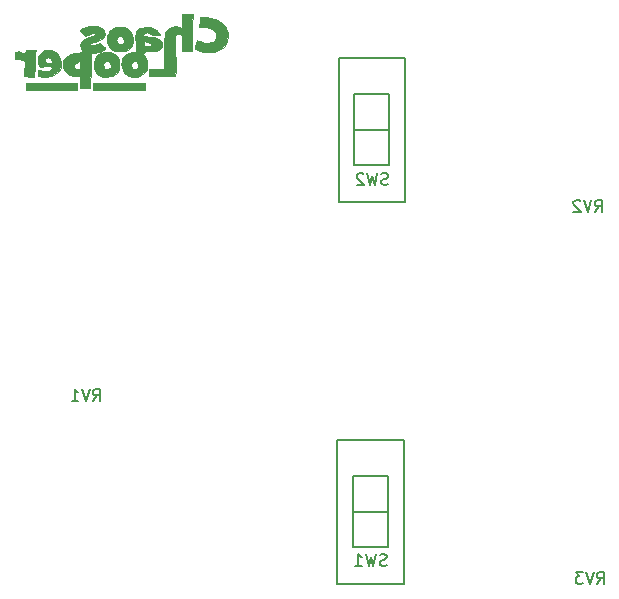
<source format=gbr>
G04 #@! TF.FileFunction,Legend,Bot*
%FSLAX46Y46*%
G04 Gerber Fmt 4.6, Leading zero omitted, Abs format (unit mm)*
G04 Created by KiCad (PCBNEW 4.0.7-e2-6376~58~ubuntu16.04.1) date Sun Feb 25 02:30:39 2018*
%MOMM*%
%LPD*%
G01*
G04 APERTURE LIST*
%ADD10C,0.100000*%
%ADD11C,0.150000*%
%ADD12C,0.010000*%
G04 APERTURE END LIST*
D10*
D11*
X137130000Y-122380000D02*
X137130000Y-110180000D01*
X142730000Y-122380000D02*
X137130000Y-122380000D01*
X142730000Y-110180000D02*
X142730000Y-122380000D01*
X137130000Y-110180000D02*
X142730000Y-110180000D01*
X138430000Y-119280000D02*
X138430000Y-113280000D01*
X141430000Y-119280000D02*
X138430000Y-119280000D01*
X141430000Y-113280000D02*
X141430000Y-119280000D01*
X138430000Y-113280000D02*
X141430000Y-113280000D01*
X138430000Y-116280000D02*
X141430000Y-116280000D01*
X137220000Y-90020000D02*
X137220000Y-77820000D01*
X142820000Y-90020000D02*
X137220000Y-90020000D01*
X142820000Y-77820000D02*
X142820000Y-90020000D01*
X137220000Y-77820000D02*
X142820000Y-77820000D01*
X138520000Y-86920000D02*
X138520000Y-80920000D01*
X141520000Y-86920000D02*
X138520000Y-86920000D01*
X141520000Y-80920000D02*
X141520000Y-86920000D01*
X138520000Y-80920000D02*
X141520000Y-80920000D01*
X138520000Y-83920000D02*
X141520000Y-83920000D01*
D12*
G36*
X116416667Y-80560334D02*
X120819333Y-80560334D01*
X120819333Y-80010000D01*
X116416667Y-80010000D01*
X116416667Y-80560334D01*
X116416667Y-80560334D01*
G37*
X116416667Y-80560334D02*
X120819333Y-80560334D01*
X120819333Y-80010000D01*
X116416667Y-80010000D01*
X116416667Y-80560334D01*
G36*
X110744000Y-80560334D02*
X115104333Y-80560334D01*
X115104333Y-80010000D01*
X110744000Y-80010000D01*
X110744000Y-80560334D01*
X110744000Y-80560334D01*
G37*
X110744000Y-80560334D02*
X115104333Y-80560334D01*
X115104333Y-80010000D01*
X110744000Y-80010000D01*
X110744000Y-80560334D01*
G36*
X116136478Y-75120588D02*
X115802889Y-75206160D01*
X115588335Y-75301450D01*
X115442613Y-75381998D01*
X115366817Y-75449963D01*
X115358910Y-75523021D01*
X115416859Y-75618845D01*
X115536376Y-75752721D01*
X115760500Y-75990751D01*
X115964498Y-75885866D01*
X116162312Y-75801582D01*
X116347698Y-75753970D01*
X116501906Y-75745829D01*
X116606188Y-75779953D01*
X116616138Y-75788662D01*
X116652406Y-75837588D01*
X116629624Y-75875618D01*
X116559513Y-75915245D01*
X116462957Y-75956975D01*
X116313335Y-76013766D01*
X116138335Y-76075244D01*
X116084578Y-76093198D01*
X115782103Y-76217117D01*
X115558467Y-76364367D01*
X115410490Y-76537270D01*
X115371979Y-76613637D01*
X115339111Y-76795084D01*
X115378711Y-76980913D01*
X115483860Y-77146082D01*
X115531714Y-77191743D01*
X115661163Y-77300667D01*
X115530915Y-77300667D01*
X115434416Y-77316573D01*
X115400667Y-77355351D01*
X115370529Y-77387724D01*
X115274023Y-77406616D01*
X115114917Y-77413748D01*
X114819069Y-77446247D01*
X114537031Y-77530195D01*
X114286852Y-77656838D01*
X114086580Y-77817419D01*
X113972413Y-77967999D01*
X113872630Y-78225946D01*
X113851097Y-78488966D01*
X113903608Y-78742927D01*
X114025954Y-78973693D01*
X114213926Y-79167133D01*
X114357012Y-79259695D01*
X114457432Y-79305678D01*
X114564887Y-79334077D01*
X114703580Y-79348760D01*
X114897711Y-79353592D01*
X114945583Y-79353717D01*
X115358333Y-79353834D01*
X115358333Y-80433334D01*
X116158830Y-80433334D01*
X116180238Y-80295750D01*
X116186048Y-80226847D01*
X116194186Y-80086278D01*
X116204135Y-79886999D01*
X116215377Y-79641962D01*
X116227395Y-79364121D01*
X116239673Y-79066431D01*
X116251693Y-78761845D01*
X116262083Y-78486000D01*
X115358333Y-78486000D01*
X115358333Y-78824667D01*
X115181145Y-78824667D01*
X115013317Y-78799392D01*
X114905979Y-78732621D01*
X114822558Y-78609143D01*
X114823024Y-78474542D01*
X114894592Y-78345001D01*
X114994064Y-78262870D01*
X115136864Y-78192049D01*
X115281981Y-78151279D01*
X115326583Y-78147570D01*
X115341327Y-78186440D01*
X115352430Y-78289945D01*
X115358014Y-78438073D01*
X115358333Y-78486000D01*
X116262083Y-78486000D01*
X116262938Y-78463318D01*
X116272890Y-78183801D01*
X116281034Y-77936251D01*
X116286850Y-77733620D01*
X116289823Y-77588863D01*
X116290090Y-77544084D01*
X116298379Y-77467539D01*
X116340454Y-77434650D01*
X116440985Y-77427198D01*
X116448417Y-77427164D01*
X116618943Y-77411980D01*
X116804423Y-77371724D01*
X116990850Y-77312834D01*
X117164218Y-77241751D01*
X117310521Y-77164912D01*
X117415750Y-77088757D01*
X117465901Y-77019726D01*
X117449923Y-76966744D01*
X117399983Y-76922057D01*
X117308307Y-76839645D01*
X117210133Y-76751218D01*
X117008765Y-76569693D01*
X116760339Y-76681180D01*
X116578022Y-76748120D01*
X116406809Y-76784848D01*
X116265293Y-76789810D01*
X116172067Y-76761455D01*
X116148546Y-76732262D01*
X116144255Y-76677996D01*
X116184349Y-76630181D01*
X116279709Y-76582602D01*
X116441214Y-76529045D01*
X116566320Y-76493658D01*
X116881988Y-76393465D01*
X117119638Y-76284230D01*
X117285836Y-76160616D01*
X117387152Y-76017285D01*
X117430151Y-75848901D01*
X117432667Y-75789605D01*
X117392562Y-75595659D01*
X117273357Y-75428766D01*
X117076713Y-75290565D01*
X116824042Y-75188687D01*
X116472268Y-75115183D01*
X116136478Y-75120588D01*
X116136478Y-75120588D01*
G37*
X116136478Y-75120588D02*
X115802889Y-75206160D01*
X115588335Y-75301450D01*
X115442613Y-75381998D01*
X115366817Y-75449963D01*
X115358910Y-75523021D01*
X115416859Y-75618845D01*
X115536376Y-75752721D01*
X115760500Y-75990751D01*
X115964498Y-75885866D01*
X116162312Y-75801582D01*
X116347698Y-75753970D01*
X116501906Y-75745829D01*
X116606188Y-75779953D01*
X116616138Y-75788662D01*
X116652406Y-75837588D01*
X116629624Y-75875618D01*
X116559513Y-75915245D01*
X116462957Y-75956975D01*
X116313335Y-76013766D01*
X116138335Y-76075244D01*
X116084578Y-76093198D01*
X115782103Y-76217117D01*
X115558467Y-76364367D01*
X115410490Y-76537270D01*
X115371979Y-76613637D01*
X115339111Y-76795084D01*
X115378711Y-76980913D01*
X115483860Y-77146082D01*
X115531714Y-77191743D01*
X115661163Y-77300667D01*
X115530915Y-77300667D01*
X115434416Y-77316573D01*
X115400667Y-77355351D01*
X115370529Y-77387724D01*
X115274023Y-77406616D01*
X115114917Y-77413748D01*
X114819069Y-77446247D01*
X114537031Y-77530195D01*
X114286852Y-77656838D01*
X114086580Y-77817419D01*
X113972413Y-77967999D01*
X113872630Y-78225946D01*
X113851097Y-78488966D01*
X113903608Y-78742927D01*
X114025954Y-78973693D01*
X114213926Y-79167133D01*
X114357012Y-79259695D01*
X114457432Y-79305678D01*
X114564887Y-79334077D01*
X114703580Y-79348760D01*
X114897711Y-79353592D01*
X114945583Y-79353717D01*
X115358333Y-79353834D01*
X115358333Y-80433334D01*
X116158830Y-80433334D01*
X116180238Y-80295750D01*
X116186048Y-80226847D01*
X116194186Y-80086278D01*
X116204135Y-79886999D01*
X116215377Y-79641962D01*
X116227395Y-79364121D01*
X116239673Y-79066431D01*
X116251693Y-78761845D01*
X116262083Y-78486000D01*
X115358333Y-78486000D01*
X115358333Y-78824667D01*
X115181145Y-78824667D01*
X115013317Y-78799392D01*
X114905979Y-78732621D01*
X114822558Y-78609143D01*
X114823024Y-78474542D01*
X114894592Y-78345001D01*
X114994064Y-78262870D01*
X115136864Y-78192049D01*
X115281981Y-78151279D01*
X115326583Y-78147570D01*
X115341327Y-78186440D01*
X115352430Y-78289945D01*
X115358014Y-78438073D01*
X115358333Y-78486000D01*
X116262083Y-78486000D01*
X116262938Y-78463318D01*
X116272890Y-78183801D01*
X116281034Y-77936251D01*
X116286850Y-77733620D01*
X116289823Y-77588863D01*
X116290090Y-77544084D01*
X116298379Y-77467539D01*
X116340454Y-77434650D01*
X116440985Y-77427198D01*
X116448417Y-77427164D01*
X116618943Y-77411980D01*
X116804423Y-77371724D01*
X116990850Y-77312834D01*
X117164218Y-77241751D01*
X117310521Y-77164912D01*
X117415750Y-77088757D01*
X117465901Y-77019726D01*
X117449923Y-76966744D01*
X117399983Y-76922057D01*
X117308307Y-76839645D01*
X117210133Y-76751218D01*
X117008765Y-76569693D01*
X116760339Y-76681180D01*
X116578022Y-76748120D01*
X116406809Y-76784848D01*
X116265293Y-76789810D01*
X116172067Y-76761455D01*
X116148546Y-76732262D01*
X116144255Y-76677996D01*
X116184349Y-76630181D01*
X116279709Y-76582602D01*
X116441214Y-76529045D01*
X116566320Y-76493658D01*
X116881988Y-76393465D01*
X117119638Y-76284230D01*
X117285836Y-76160616D01*
X117387152Y-76017285D01*
X117430151Y-75848901D01*
X117432667Y-75789605D01*
X117392562Y-75595659D01*
X117273357Y-75428766D01*
X117076713Y-75290565D01*
X116824042Y-75188687D01*
X116472268Y-75115183D01*
X116136478Y-75120588D01*
G36*
X120818679Y-75243260D02*
X120601876Y-75285866D01*
X120409733Y-75347642D01*
X120268493Y-75421415D01*
X120241235Y-75443625D01*
X120155749Y-75529713D01*
X120093916Y-75614152D01*
X120052750Y-75711692D01*
X120029265Y-75837080D01*
X120020476Y-76005065D01*
X120023395Y-76230395D01*
X120032668Y-76473785D01*
X120044027Y-76711230D01*
X120056233Y-76924003D01*
X120068173Y-77095388D01*
X120078732Y-77208670D01*
X120083830Y-77241350D01*
X120088382Y-77289243D01*
X120061555Y-77319066D01*
X119986369Y-77338302D01*
X119845845Y-77354436D01*
X119822196Y-77356668D01*
X119507546Y-77420062D01*
X119249379Y-77544361D01*
X119050851Y-77726501D01*
X118915119Y-77963418D01*
X118845337Y-78252049D01*
X118839956Y-78310199D01*
X118851998Y-78629249D01*
X118932303Y-78903810D01*
X119074238Y-79128876D01*
X119271169Y-79299441D01*
X119516462Y-79410500D01*
X119803484Y-79457046D01*
X120125602Y-79434076D01*
X120282872Y-79399019D01*
X120526247Y-79301681D01*
X120737141Y-79156305D01*
X120892744Y-78979627D01*
X120921397Y-78930500D01*
X120974722Y-78798226D01*
X121002358Y-78641616D01*
X121007728Y-78499389D01*
X120269672Y-78499389D01*
X120248781Y-78638094D01*
X120177092Y-78749137D01*
X120099667Y-78796859D01*
X119983013Y-78809951D01*
X119851103Y-78783663D01*
X119746783Y-78728257D01*
X119727412Y-78707680D01*
X119652252Y-78550064D01*
X119645478Y-78388635D01*
X119703830Y-78245700D01*
X119808666Y-78151684D01*
X119906609Y-78113127D01*
X120003252Y-78126332D01*
X120046033Y-78142652D01*
X120166450Y-78229133D01*
X120241612Y-78355557D01*
X120269672Y-78499389D01*
X121007728Y-78499389D01*
X121009833Y-78443667D01*
X120981736Y-78115163D01*
X120897096Y-77848663D01*
X120755390Y-77642685D01*
X120712311Y-77601634D01*
X120568450Y-77475323D01*
X120682721Y-77462078D01*
X120769119Y-77434189D01*
X120796941Y-77362622D01*
X120797579Y-77343000D01*
X120816433Y-77262873D01*
X120861667Y-77251908D01*
X121063579Y-77281955D01*
X121301793Y-77292503D01*
X121540807Y-77283907D01*
X121745122Y-77256522D01*
X121802026Y-77242518D01*
X122022361Y-77145946D01*
X122174693Y-77012382D01*
X122259974Y-76853956D01*
X122278483Y-76688832D01*
X121359048Y-76688832D01*
X121348684Y-76773413D01*
X121264483Y-76835710D01*
X121111364Y-76871034D01*
X120985643Y-76877334D01*
X120734667Y-76877334D01*
X120734667Y-76689332D01*
X120743461Y-76569668D01*
X120765607Y-76489282D01*
X120777125Y-76475090D01*
X120859223Y-76460851D01*
X120985823Y-76473793D01*
X121124033Y-76506769D01*
X121240959Y-76552634D01*
X121290655Y-76586655D01*
X121359048Y-76688832D01*
X122278483Y-76688832D01*
X122279159Y-76682803D01*
X122233200Y-76511055D01*
X122123051Y-76350845D01*
X121949664Y-76214307D01*
X121713993Y-76113573D01*
X121713313Y-76113372D01*
X121604779Y-76091475D01*
X121438680Y-76069672D01*
X121242062Y-76051189D01*
X121126250Y-76043350D01*
X120911740Y-76027587D01*
X120773046Y-76005414D01*
X120701317Y-75970644D01*
X120687704Y-75917090D01*
X120723356Y-75838566D01*
X120758234Y-75786086D01*
X120857851Y-75710724D01*
X120995155Y-75688302D01*
X121142093Y-75718404D01*
X121263231Y-75793567D01*
X121339406Y-75849371D01*
X121438043Y-75886491D01*
X121582615Y-75911806D01*
X121712346Y-75925189D01*
X121873434Y-75936363D01*
X121999872Y-75939360D01*
X122069865Y-75933845D01*
X122076299Y-75930812D01*
X122082652Y-75870089D01*
X122041659Y-75769958D01*
X121965300Y-75651415D01*
X121865558Y-75535454D01*
X121832909Y-75504346D01*
X121631729Y-75370060D01*
X121381239Y-75274892D01*
X121111835Y-75229391D01*
X121033900Y-75226995D01*
X120818679Y-75243260D01*
X120818679Y-75243260D01*
G37*
X120818679Y-75243260D02*
X120601876Y-75285866D01*
X120409733Y-75347642D01*
X120268493Y-75421415D01*
X120241235Y-75443625D01*
X120155749Y-75529713D01*
X120093916Y-75614152D01*
X120052750Y-75711692D01*
X120029265Y-75837080D01*
X120020476Y-76005065D01*
X120023395Y-76230395D01*
X120032668Y-76473785D01*
X120044027Y-76711230D01*
X120056233Y-76924003D01*
X120068173Y-77095388D01*
X120078732Y-77208670D01*
X120083830Y-77241350D01*
X120088382Y-77289243D01*
X120061555Y-77319066D01*
X119986369Y-77338302D01*
X119845845Y-77354436D01*
X119822196Y-77356668D01*
X119507546Y-77420062D01*
X119249379Y-77544361D01*
X119050851Y-77726501D01*
X118915119Y-77963418D01*
X118845337Y-78252049D01*
X118839956Y-78310199D01*
X118851998Y-78629249D01*
X118932303Y-78903810D01*
X119074238Y-79128876D01*
X119271169Y-79299441D01*
X119516462Y-79410500D01*
X119803484Y-79457046D01*
X120125602Y-79434076D01*
X120282872Y-79399019D01*
X120526247Y-79301681D01*
X120737141Y-79156305D01*
X120892744Y-78979627D01*
X120921397Y-78930500D01*
X120974722Y-78798226D01*
X121002358Y-78641616D01*
X121007728Y-78499389D01*
X120269672Y-78499389D01*
X120248781Y-78638094D01*
X120177092Y-78749137D01*
X120099667Y-78796859D01*
X119983013Y-78809951D01*
X119851103Y-78783663D01*
X119746783Y-78728257D01*
X119727412Y-78707680D01*
X119652252Y-78550064D01*
X119645478Y-78388635D01*
X119703830Y-78245700D01*
X119808666Y-78151684D01*
X119906609Y-78113127D01*
X120003252Y-78126332D01*
X120046033Y-78142652D01*
X120166450Y-78229133D01*
X120241612Y-78355557D01*
X120269672Y-78499389D01*
X121007728Y-78499389D01*
X121009833Y-78443667D01*
X120981736Y-78115163D01*
X120897096Y-77848663D01*
X120755390Y-77642685D01*
X120712311Y-77601634D01*
X120568450Y-77475323D01*
X120682721Y-77462078D01*
X120769119Y-77434189D01*
X120796941Y-77362622D01*
X120797579Y-77343000D01*
X120816433Y-77262873D01*
X120861667Y-77251908D01*
X121063579Y-77281955D01*
X121301793Y-77292503D01*
X121540807Y-77283907D01*
X121745122Y-77256522D01*
X121802026Y-77242518D01*
X122022361Y-77145946D01*
X122174693Y-77012382D01*
X122259974Y-76853956D01*
X122278483Y-76688832D01*
X121359048Y-76688832D01*
X121348684Y-76773413D01*
X121264483Y-76835710D01*
X121111364Y-76871034D01*
X120985643Y-76877334D01*
X120734667Y-76877334D01*
X120734667Y-76689332D01*
X120743461Y-76569668D01*
X120765607Y-76489282D01*
X120777125Y-76475090D01*
X120859223Y-76460851D01*
X120985823Y-76473793D01*
X121124033Y-76506769D01*
X121240959Y-76552634D01*
X121290655Y-76586655D01*
X121359048Y-76688832D01*
X122278483Y-76688832D01*
X122279159Y-76682803D01*
X122233200Y-76511055D01*
X122123051Y-76350845D01*
X121949664Y-76214307D01*
X121713993Y-76113573D01*
X121713313Y-76113372D01*
X121604779Y-76091475D01*
X121438680Y-76069672D01*
X121242062Y-76051189D01*
X121126250Y-76043350D01*
X120911740Y-76027587D01*
X120773046Y-76005414D01*
X120701317Y-75970644D01*
X120687704Y-75917090D01*
X120723356Y-75838566D01*
X120758234Y-75786086D01*
X120857851Y-75710724D01*
X120995155Y-75688302D01*
X121142093Y-75718404D01*
X121263231Y-75793567D01*
X121339406Y-75849371D01*
X121438043Y-75886491D01*
X121582615Y-75911806D01*
X121712346Y-75925189D01*
X121873434Y-75936363D01*
X121999872Y-75939360D01*
X122069865Y-75933845D01*
X122076299Y-75930812D01*
X122082652Y-75870089D01*
X122041659Y-75769958D01*
X121965300Y-75651415D01*
X121865558Y-75535454D01*
X121832909Y-75504346D01*
X121631729Y-75370060D01*
X121381239Y-75274892D01*
X121111835Y-75229391D01*
X121033900Y-75226995D01*
X120818679Y-75243260D01*
G36*
X117446518Y-77355941D02*
X117137398Y-77423450D01*
X116883628Y-77553886D01*
X116689025Y-77742999D01*
X116557406Y-77986539D01*
X116492588Y-78280257D01*
X116486218Y-78425218D01*
X116522871Y-78731367D01*
X116625217Y-78989773D01*
X116786201Y-79196004D01*
X116998767Y-79345631D01*
X117255862Y-79434225D01*
X117550430Y-79457355D01*
X117875415Y-79410593D01*
X117999595Y-79375445D01*
X118231216Y-79269753D01*
X118428818Y-79118763D01*
X118572862Y-78939605D01*
X118624921Y-78827304D01*
X118650998Y-78704399D01*
X118667864Y-78536729D01*
X118669473Y-78475852D01*
X117933754Y-78475852D01*
X117917658Y-78608167D01*
X117836758Y-78720758D01*
X117701960Y-78809248D01*
X117557003Y-78813820D01*
X117468633Y-78778926D01*
X117394988Y-78709864D01*
X117328599Y-78601920D01*
X117322682Y-78588426D01*
X117285903Y-78475095D01*
X117292966Y-78380203D01*
X117322340Y-78299726D01*
X117410798Y-78175443D01*
X117531235Y-78117639D01*
X117663929Y-78125740D01*
X117789163Y-78199176D01*
X117876729Y-78315820D01*
X117933754Y-78475852D01*
X118669473Y-78475852D01*
X118671784Y-78388505D01*
X118633127Y-78073841D01*
X118528963Y-77810522D01*
X118363892Y-77602427D01*
X118142518Y-77453432D01*
X117869440Y-77367417D01*
X117549260Y-77348259D01*
X117446518Y-77355941D01*
X117446518Y-77355941D01*
G37*
X117446518Y-77355941D02*
X117137398Y-77423450D01*
X116883628Y-77553886D01*
X116689025Y-77742999D01*
X116557406Y-77986539D01*
X116492588Y-78280257D01*
X116486218Y-78425218D01*
X116522871Y-78731367D01*
X116625217Y-78989773D01*
X116786201Y-79196004D01*
X116998767Y-79345631D01*
X117255862Y-79434225D01*
X117550430Y-79457355D01*
X117875415Y-79410593D01*
X117999595Y-79375445D01*
X118231216Y-79269753D01*
X118428818Y-79118763D01*
X118572862Y-78939605D01*
X118624921Y-78827304D01*
X118650998Y-78704399D01*
X118667864Y-78536729D01*
X118669473Y-78475852D01*
X117933754Y-78475852D01*
X117917658Y-78608167D01*
X117836758Y-78720758D01*
X117701960Y-78809248D01*
X117557003Y-78813820D01*
X117468633Y-78778926D01*
X117394988Y-78709864D01*
X117328599Y-78601920D01*
X117322682Y-78588426D01*
X117285903Y-78475095D01*
X117292966Y-78380203D01*
X117322340Y-78299726D01*
X117410798Y-78175443D01*
X117531235Y-78117639D01*
X117663929Y-78125740D01*
X117789163Y-78199176D01*
X117876729Y-78315820D01*
X117933754Y-78475852D01*
X118669473Y-78475852D01*
X118671784Y-78388505D01*
X118633127Y-78073841D01*
X118528963Y-77810522D01*
X118363892Y-77602427D01*
X118142518Y-77453432D01*
X117869440Y-77367417D01*
X117549260Y-77348259D01*
X117446518Y-77355941D01*
G36*
X112381075Y-77196254D02*
X112158485Y-77267190D01*
X111987899Y-77392900D01*
X111859085Y-77578878D01*
X111840012Y-77618167D01*
X111782443Y-77810351D01*
X111761588Y-78034588D01*
X111777700Y-78255395D01*
X111831031Y-78437287D01*
X111834149Y-78443667D01*
X111908167Y-78591834D01*
X112426750Y-78576344D01*
X112665578Y-78571751D01*
X112827650Y-78577523D01*
X112920654Y-78597921D01*
X112952279Y-78637205D01*
X112930216Y-78699635D01*
X112862153Y-78789471D01*
X112845886Y-78808560D01*
X112772328Y-78877586D01*
X112682519Y-78917032D01*
X112546828Y-78938108D01*
X112491563Y-78942610D01*
X112303797Y-78944429D01*
X112107027Y-78928651D01*
X112013332Y-78913145D01*
X111887766Y-78888533D01*
X111802057Y-78876115D01*
X111779381Y-78876706D01*
X111771057Y-78921664D01*
X111760790Y-79025413D01*
X111753809Y-79120539D01*
X111747478Y-79254144D01*
X111758555Y-79328628D01*
X111798964Y-79369359D01*
X111880630Y-79401706D01*
X111887000Y-79403900D01*
X112069338Y-79441657D01*
X112301633Y-79454249D01*
X112553287Y-79442581D01*
X112793705Y-79407558D01*
X112928277Y-79373074D01*
X113215622Y-79244863D01*
X113440473Y-79065682D01*
X113598217Y-78842128D01*
X113684244Y-78580802D01*
X113693941Y-78288300D01*
X113692982Y-78278897D01*
X113683280Y-78228106D01*
X112962299Y-78228106D01*
X112954238Y-78252245D01*
X112900058Y-78263670D01*
X112791088Y-78264019D01*
X112656150Y-78255528D01*
X112524068Y-78240431D01*
X112423665Y-78220963D01*
X112391399Y-78208608D01*
X112359571Y-78146350D01*
X112355923Y-78040803D01*
X112379873Y-77928310D01*
X112396490Y-77890550D01*
X112470683Y-77830978D01*
X112587640Y-77808065D01*
X112712621Y-77824383D01*
X112787696Y-77861584D01*
X112848011Y-77931742D01*
X112905606Y-78035895D01*
X112947897Y-78144523D01*
X112962299Y-78228106D01*
X113683280Y-78228106D01*
X113626226Y-77929452D01*
X113507780Y-77644071D01*
X113339302Y-77424537D01*
X113122451Y-77272633D01*
X112858884Y-77190142D01*
X112665901Y-77174597D01*
X112381075Y-77196254D01*
X112381075Y-77196254D01*
G37*
X112381075Y-77196254D02*
X112158485Y-77267190D01*
X111987899Y-77392900D01*
X111859085Y-77578878D01*
X111840012Y-77618167D01*
X111782443Y-77810351D01*
X111761588Y-78034588D01*
X111777700Y-78255395D01*
X111831031Y-78437287D01*
X111834149Y-78443667D01*
X111908167Y-78591834D01*
X112426750Y-78576344D01*
X112665578Y-78571751D01*
X112827650Y-78577523D01*
X112920654Y-78597921D01*
X112952279Y-78637205D01*
X112930216Y-78699635D01*
X112862153Y-78789471D01*
X112845886Y-78808560D01*
X112772328Y-78877586D01*
X112682519Y-78917032D01*
X112546828Y-78938108D01*
X112491563Y-78942610D01*
X112303797Y-78944429D01*
X112107027Y-78928651D01*
X112013332Y-78913145D01*
X111887766Y-78888533D01*
X111802057Y-78876115D01*
X111779381Y-78876706D01*
X111771057Y-78921664D01*
X111760790Y-79025413D01*
X111753809Y-79120539D01*
X111747478Y-79254144D01*
X111758555Y-79328628D01*
X111798964Y-79369359D01*
X111880630Y-79401706D01*
X111887000Y-79403900D01*
X112069338Y-79441657D01*
X112301633Y-79454249D01*
X112553287Y-79442581D01*
X112793705Y-79407558D01*
X112928277Y-79373074D01*
X113215622Y-79244863D01*
X113440473Y-79065682D01*
X113598217Y-78842128D01*
X113684244Y-78580802D01*
X113693941Y-78288300D01*
X113692982Y-78278897D01*
X113683280Y-78228106D01*
X112962299Y-78228106D01*
X112954238Y-78252245D01*
X112900058Y-78263670D01*
X112791088Y-78264019D01*
X112656150Y-78255528D01*
X112524068Y-78240431D01*
X112423665Y-78220963D01*
X112391399Y-78208608D01*
X112359571Y-78146350D01*
X112355923Y-78040803D01*
X112379873Y-77928310D01*
X112396490Y-77890550D01*
X112470683Y-77830978D01*
X112587640Y-77808065D01*
X112712621Y-77824383D01*
X112787696Y-77861584D01*
X112848011Y-77931742D01*
X112905606Y-78035895D01*
X112947897Y-78144523D01*
X112962299Y-78228106D01*
X113683280Y-78228106D01*
X113626226Y-77929452D01*
X113507780Y-77644071D01*
X113339302Y-77424537D01*
X113122451Y-77272633D01*
X112858884Y-77190142D01*
X112665901Y-77174597D01*
X112381075Y-77196254D01*
G36*
X110832032Y-77188985D02*
X110752957Y-77218083D01*
X110714752Y-77273157D01*
X110702899Y-77360748D01*
X110702315Y-77393575D01*
X110701667Y-77507649D01*
X110470405Y-77401774D01*
X110267760Y-77328070D01*
X110082407Y-77307072D01*
X110036489Y-77308866D01*
X109833833Y-77321834D01*
X109821521Y-77622539D01*
X109809208Y-77923244D01*
X110065459Y-77950027D01*
X110240253Y-77980608D01*
X110410992Y-78030015D01*
X110494944Y-78065189D01*
X110668180Y-78153567D01*
X110640854Y-78626700D01*
X110627485Y-78836431D01*
X110612844Y-79031131D01*
X110598961Y-79185417D01*
X110590377Y-79258584D01*
X110567225Y-79417334D01*
X110734069Y-79417334D01*
X110872290Y-79421970D01*
X111046594Y-79433863D01*
X111155276Y-79443920D01*
X111293479Y-79452321D01*
X111394755Y-79447210D01*
X111432473Y-79433336D01*
X111441092Y-79381968D01*
X111452628Y-79258578D01*
X111466187Y-79075725D01*
X111480874Y-78845967D01*
X111495796Y-78581863D01*
X111502925Y-78443667D01*
X111517248Y-78158964D01*
X111530716Y-77894628D01*
X111542576Y-77665190D01*
X111552073Y-77485176D01*
X111558455Y-77369115D01*
X111560021Y-77343000D01*
X111569500Y-77194834D01*
X111170871Y-77182568D01*
X110966498Y-77179327D01*
X110832032Y-77188985D01*
X110832032Y-77188985D01*
G37*
X110832032Y-77188985D02*
X110752957Y-77218083D01*
X110714752Y-77273157D01*
X110702899Y-77360748D01*
X110702315Y-77393575D01*
X110701667Y-77507649D01*
X110470405Y-77401774D01*
X110267760Y-77328070D01*
X110082407Y-77307072D01*
X110036489Y-77308866D01*
X109833833Y-77321834D01*
X109821521Y-77622539D01*
X109809208Y-77923244D01*
X110065459Y-77950027D01*
X110240253Y-77980608D01*
X110410992Y-78030015D01*
X110494944Y-78065189D01*
X110668180Y-78153567D01*
X110640854Y-78626700D01*
X110627485Y-78836431D01*
X110612844Y-79031131D01*
X110598961Y-79185417D01*
X110590377Y-79258584D01*
X110567225Y-79417334D01*
X110734069Y-79417334D01*
X110872290Y-79421970D01*
X111046594Y-79433863D01*
X111155276Y-79443920D01*
X111293479Y-79452321D01*
X111394755Y-79447210D01*
X111432473Y-79433336D01*
X111441092Y-79381968D01*
X111452628Y-79258578D01*
X111466187Y-79075725D01*
X111480874Y-78845967D01*
X111495796Y-78581863D01*
X111502925Y-78443667D01*
X111517248Y-78158964D01*
X111530716Y-77894628D01*
X111542576Y-77665190D01*
X111552073Y-77485176D01*
X111558455Y-77369115D01*
X111560021Y-77343000D01*
X111569500Y-77194834D01*
X111170871Y-77182568D01*
X110966498Y-77179327D01*
X110832032Y-77188985D01*
G36*
X123972492Y-74348242D02*
X123961690Y-74473968D01*
X123956403Y-74652290D01*
X123957367Y-74851273D01*
X123959315Y-74919839D01*
X123961949Y-75089982D01*
X123957557Y-75222726D01*
X123947088Y-75299478D01*
X123939315Y-75311097D01*
X123882294Y-75292991D01*
X123786501Y-75248680D01*
X123769981Y-75240170D01*
X123622773Y-75192440D01*
X123427735Y-75170291D01*
X123380500Y-75169475D01*
X123101225Y-75204174D01*
X122871387Y-75306747D01*
X122692326Y-75475387D01*
X122565384Y-75708290D01*
X122491899Y-76003651D01*
X122473212Y-76359663D01*
X122474117Y-76390500D01*
X122476756Y-76517524D01*
X122478549Y-76713102D01*
X122479456Y-76961127D01*
X122479438Y-77245492D01*
X122478456Y-77550087D01*
X122477396Y-77734584D01*
X122470333Y-78782334D01*
X121154291Y-78782334D01*
X121166729Y-79089250D01*
X121179167Y-79396167D01*
X122285697Y-79407444D01*
X123392228Y-79418721D01*
X123420956Y-78920610D01*
X123431222Y-78658920D01*
X123435131Y-78366436D01*
X123432361Y-78088247D01*
X123427835Y-77956834D01*
X123406728Y-77501217D01*
X123389982Y-77122503D01*
X123377550Y-76813041D01*
X123369388Y-76565182D01*
X123365451Y-76371276D01*
X123365694Y-76223674D01*
X123370071Y-76114725D01*
X123378538Y-76036780D01*
X123391050Y-75982189D01*
X123407561Y-75943303D01*
X123415899Y-75929476D01*
X123518685Y-75824640D01*
X123646235Y-75795726D01*
X123800726Y-75836140D01*
X123952000Y-75899347D01*
X123952000Y-77300667D01*
X124798667Y-77300667D01*
X124798771Y-76655084D01*
X124800238Y-76403330D01*
X124804255Y-76093591D01*
X124810348Y-75752496D01*
X124818041Y-75406673D01*
X124826679Y-75088750D01*
X124854483Y-74168000D01*
X123999521Y-74168000D01*
X123972492Y-74348242D01*
X123972492Y-74348242D01*
G37*
X123972492Y-74348242D02*
X123961690Y-74473968D01*
X123956403Y-74652290D01*
X123957367Y-74851273D01*
X123959315Y-74919839D01*
X123961949Y-75089982D01*
X123957557Y-75222726D01*
X123947088Y-75299478D01*
X123939315Y-75311097D01*
X123882294Y-75292991D01*
X123786501Y-75248680D01*
X123769981Y-75240170D01*
X123622773Y-75192440D01*
X123427735Y-75170291D01*
X123380500Y-75169475D01*
X123101225Y-75204174D01*
X122871387Y-75306747D01*
X122692326Y-75475387D01*
X122565384Y-75708290D01*
X122491899Y-76003651D01*
X122473212Y-76359663D01*
X122474117Y-76390500D01*
X122476756Y-76517524D01*
X122478549Y-76713102D01*
X122479456Y-76961127D01*
X122479438Y-77245492D01*
X122478456Y-77550087D01*
X122477396Y-77734584D01*
X122470333Y-78782334D01*
X121154291Y-78782334D01*
X121166729Y-79089250D01*
X121179167Y-79396167D01*
X122285697Y-79407444D01*
X123392228Y-79418721D01*
X123420956Y-78920610D01*
X123431222Y-78658920D01*
X123435131Y-78366436D01*
X123432361Y-78088247D01*
X123427835Y-77956834D01*
X123406728Y-77501217D01*
X123389982Y-77122503D01*
X123377550Y-76813041D01*
X123369388Y-76565182D01*
X123365451Y-76371276D01*
X123365694Y-76223674D01*
X123370071Y-76114725D01*
X123378538Y-76036780D01*
X123391050Y-75982189D01*
X123407561Y-75943303D01*
X123415899Y-75929476D01*
X123518685Y-75824640D01*
X123646235Y-75795726D01*
X123800726Y-75836140D01*
X123952000Y-75899347D01*
X123952000Y-77300667D01*
X124798667Y-77300667D01*
X124798771Y-76655084D01*
X124800238Y-76403330D01*
X124804255Y-76093591D01*
X124810348Y-75752496D01*
X124818041Y-75406673D01*
X124826679Y-75088750D01*
X124854483Y-74168000D01*
X123999521Y-74168000D01*
X123972492Y-74348242D01*
G36*
X125480202Y-74728917D02*
X125451844Y-74894574D01*
X125425388Y-75038010D01*
X125406402Y-75129087D01*
X125405909Y-75131084D01*
X125398361Y-75186344D01*
X125423938Y-75214685D01*
X125501336Y-75225025D01*
X125605527Y-75226334D01*
X125969933Y-75249499D01*
X126278505Y-75317444D01*
X126525891Y-75427846D01*
X126706745Y-75578379D01*
X126809464Y-75749514D01*
X126858179Y-75976101D01*
X126830017Y-76181884D01*
X126730600Y-76355237D01*
X126565548Y-76484531D01*
X126427879Y-76538841D01*
X126207535Y-76571906D01*
X125948859Y-76567154D01*
X125687686Y-76527615D01*
X125461907Y-76457204D01*
X125339952Y-76407453D01*
X125250128Y-76375603D01*
X125222740Y-76369334D01*
X125196898Y-76407290D01*
X125163899Y-76505462D01*
X125128942Y-76640309D01*
X125097228Y-76788285D01*
X125073958Y-76925848D01*
X125064331Y-77029455D01*
X125068281Y-77068629D01*
X125117868Y-77123416D01*
X125214626Y-77189335D01*
X125253031Y-77210234D01*
X125493978Y-77299653D01*
X125788202Y-77356718D01*
X126109975Y-77379505D01*
X126433564Y-77366091D01*
X126713823Y-77319385D01*
X127024823Y-77218437D01*
X127281371Y-77074450D01*
X127489042Y-76893967D01*
X127678781Y-76640626D01*
X127798415Y-76351251D01*
X127846299Y-76039622D01*
X127820786Y-75719522D01*
X127720231Y-75404733D01*
X127677295Y-75317336D01*
X127581145Y-75160152D01*
X127471858Y-75015604D01*
X127383994Y-74925027D01*
X127094112Y-74731932D01*
X126746954Y-74580144D01*
X126362391Y-74476093D01*
X125960295Y-74426208D01*
X125831454Y-74422735D01*
X125530741Y-74422000D01*
X125480202Y-74728917D01*
X125480202Y-74728917D01*
G37*
X125480202Y-74728917D02*
X125451844Y-74894574D01*
X125425388Y-75038010D01*
X125406402Y-75129087D01*
X125405909Y-75131084D01*
X125398361Y-75186344D01*
X125423938Y-75214685D01*
X125501336Y-75225025D01*
X125605527Y-75226334D01*
X125969933Y-75249499D01*
X126278505Y-75317444D01*
X126525891Y-75427846D01*
X126706745Y-75578379D01*
X126809464Y-75749514D01*
X126858179Y-75976101D01*
X126830017Y-76181884D01*
X126730600Y-76355237D01*
X126565548Y-76484531D01*
X126427879Y-76538841D01*
X126207535Y-76571906D01*
X125948859Y-76567154D01*
X125687686Y-76527615D01*
X125461907Y-76457204D01*
X125339952Y-76407453D01*
X125250128Y-76375603D01*
X125222740Y-76369334D01*
X125196898Y-76407290D01*
X125163899Y-76505462D01*
X125128942Y-76640309D01*
X125097228Y-76788285D01*
X125073958Y-76925848D01*
X125064331Y-77029455D01*
X125068281Y-77068629D01*
X125117868Y-77123416D01*
X125214626Y-77189335D01*
X125253031Y-77210234D01*
X125493978Y-77299653D01*
X125788202Y-77356718D01*
X126109975Y-77379505D01*
X126433564Y-77366091D01*
X126713823Y-77319385D01*
X127024823Y-77218437D01*
X127281371Y-77074450D01*
X127489042Y-76893967D01*
X127678781Y-76640626D01*
X127798415Y-76351251D01*
X127846299Y-76039622D01*
X127820786Y-75719522D01*
X127720231Y-75404733D01*
X127677295Y-75317336D01*
X127581145Y-75160152D01*
X127471858Y-75015604D01*
X127383994Y-74925027D01*
X127094112Y-74731932D01*
X126746954Y-74580144D01*
X126362391Y-74476093D01*
X125960295Y-74426208D01*
X125831454Y-74422735D01*
X125530741Y-74422000D01*
X125480202Y-74728917D01*
G36*
X118428844Y-75257447D02*
X118146434Y-75351081D01*
X117919014Y-75507671D01*
X117908297Y-75517904D01*
X117745265Y-75730751D01*
X117645269Y-75979639D01*
X117607146Y-76247632D01*
X117629733Y-76517797D01*
X117711866Y-76773200D01*
X117852383Y-76996904D01*
X118020575Y-77152113D01*
X118112086Y-77212014D01*
X118196055Y-77250206D01*
X118296272Y-77272204D01*
X118436532Y-77283528D01*
X118610928Y-77289019D01*
X118887751Y-77286209D01*
X119090570Y-77262544D01*
X119185659Y-77235984D01*
X119436362Y-77104276D01*
X119627904Y-76924779D01*
X119728653Y-76758784D01*
X119773510Y-76637035D01*
X119796069Y-76510454D01*
X119800072Y-76348754D01*
X119799238Y-76327498D01*
X119057476Y-76327498D01*
X119056409Y-76426294D01*
X119039647Y-76479604D01*
X118982614Y-76590884D01*
X118904070Y-76645583D01*
X118778180Y-76658092D01*
X118723833Y-76655545D01*
X118606425Y-76637198D01*
X118532338Y-76585597D01*
X118471156Y-76488845D01*
X118417792Y-76321260D01*
X118443539Y-76174367D01*
X118546167Y-76057174D01*
X118583927Y-76033374D01*
X118728156Y-75993821D01*
X118863665Y-76033533D01*
X118977349Y-76147222D01*
X119010545Y-76205518D01*
X119057476Y-76327498D01*
X119799238Y-76327498D01*
X119795062Y-76221126D01*
X119748655Y-75899954D01*
X119646022Y-75642022D01*
X119486464Y-75446651D01*
X119269280Y-75313162D01*
X118993769Y-75240879D01*
X118767533Y-75226333D01*
X118428844Y-75257447D01*
X118428844Y-75257447D01*
G37*
X118428844Y-75257447D02*
X118146434Y-75351081D01*
X117919014Y-75507671D01*
X117908297Y-75517904D01*
X117745265Y-75730751D01*
X117645269Y-75979639D01*
X117607146Y-76247632D01*
X117629733Y-76517797D01*
X117711866Y-76773200D01*
X117852383Y-76996904D01*
X118020575Y-77152113D01*
X118112086Y-77212014D01*
X118196055Y-77250206D01*
X118296272Y-77272204D01*
X118436532Y-77283528D01*
X118610928Y-77289019D01*
X118887751Y-77286209D01*
X119090570Y-77262544D01*
X119185659Y-77235984D01*
X119436362Y-77104276D01*
X119627904Y-76924779D01*
X119728653Y-76758784D01*
X119773510Y-76637035D01*
X119796069Y-76510454D01*
X119800072Y-76348754D01*
X119799238Y-76327498D01*
X119057476Y-76327498D01*
X119056409Y-76426294D01*
X119039647Y-76479604D01*
X118982614Y-76590884D01*
X118904070Y-76645583D01*
X118778180Y-76658092D01*
X118723833Y-76655545D01*
X118606425Y-76637198D01*
X118532338Y-76585597D01*
X118471156Y-76488845D01*
X118417792Y-76321260D01*
X118443539Y-76174367D01*
X118546167Y-76057174D01*
X118583927Y-76033374D01*
X118728156Y-75993821D01*
X118863665Y-76033533D01*
X118977349Y-76147222D01*
X119010545Y-76205518D01*
X119057476Y-76327498D01*
X119799238Y-76327498D01*
X119795062Y-76221126D01*
X119748655Y-75899954D01*
X119646022Y-75642022D01*
X119486464Y-75446651D01*
X119269280Y-75313162D01*
X118993769Y-75240879D01*
X118767533Y-75226333D01*
X118428844Y-75257447D01*
D11*
X141287333Y-120800762D02*
X141144476Y-120848381D01*
X140906380Y-120848381D01*
X140811142Y-120800762D01*
X140763523Y-120753143D01*
X140715904Y-120657905D01*
X140715904Y-120562667D01*
X140763523Y-120467429D01*
X140811142Y-120419810D01*
X140906380Y-120372190D01*
X141096857Y-120324571D01*
X141192095Y-120276952D01*
X141239714Y-120229333D01*
X141287333Y-120134095D01*
X141287333Y-120038857D01*
X141239714Y-119943619D01*
X141192095Y-119896000D01*
X141096857Y-119848381D01*
X140858761Y-119848381D01*
X140715904Y-119896000D01*
X140382571Y-119848381D02*
X140144476Y-120848381D01*
X139953999Y-120134095D01*
X139763523Y-120848381D01*
X139525428Y-119848381D01*
X138620666Y-120848381D02*
X139192095Y-120848381D01*
X138906381Y-120848381D02*
X138906381Y-119848381D01*
X139001619Y-119991238D01*
X139096857Y-120086476D01*
X139192095Y-120134095D01*
X141414333Y-88542762D02*
X141271476Y-88590381D01*
X141033380Y-88590381D01*
X140938142Y-88542762D01*
X140890523Y-88495143D01*
X140842904Y-88399905D01*
X140842904Y-88304667D01*
X140890523Y-88209429D01*
X140938142Y-88161810D01*
X141033380Y-88114190D01*
X141223857Y-88066571D01*
X141319095Y-88018952D01*
X141366714Y-87971333D01*
X141414333Y-87876095D01*
X141414333Y-87780857D01*
X141366714Y-87685619D01*
X141319095Y-87638000D01*
X141223857Y-87590381D01*
X140985761Y-87590381D01*
X140842904Y-87638000D01*
X140509571Y-87590381D02*
X140271476Y-88590381D01*
X140080999Y-87876095D01*
X139890523Y-88590381D01*
X139652428Y-87590381D01*
X139319095Y-87685619D02*
X139271476Y-87638000D01*
X139176238Y-87590381D01*
X138938142Y-87590381D01*
X138842904Y-87638000D01*
X138795285Y-87685619D01*
X138747666Y-87780857D01*
X138747666Y-87876095D01*
X138795285Y-88018952D01*
X139366714Y-88590381D01*
X138747666Y-88590381D01*
X116419238Y-106878381D02*
X116752572Y-106402190D01*
X116990667Y-106878381D02*
X116990667Y-105878381D01*
X116609714Y-105878381D01*
X116514476Y-105926000D01*
X116466857Y-105973619D01*
X116419238Y-106068857D01*
X116419238Y-106211714D01*
X116466857Y-106306952D01*
X116514476Y-106354571D01*
X116609714Y-106402190D01*
X116990667Y-106402190D01*
X116133524Y-105878381D02*
X115800191Y-106878381D01*
X115466857Y-105878381D01*
X114609714Y-106878381D02*
X115181143Y-106878381D01*
X114895429Y-106878381D02*
X114895429Y-105878381D01*
X114990667Y-106021238D01*
X115085905Y-106116476D01*
X115181143Y-106164095D01*
X158919238Y-90878381D02*
X159252572Y-90402190D01*
X159490667Y-90878381D02*
X159490667Y-89878381D01*
X159109714Y-89878381D01*
X159014476Y-89926000D01*
X158966857Y-89973619D01*
X158919238Y-90068857D01*
X158919238Y-90211714D01*
X158966857Y-90306952D01*
X159014476Y-90354571D01*
X159109714Y-90402190D01*
X159490667Y-90402190D01*
X158633524Y-89878381D02*
X158300191Y-90878381D01*
X157966857Y-89878381D01*
X157681143Y-89973619D02*
X157633524Y-89926000D01*
X157538286Y-89878381D01*
X157300190Y-89878381D01*
X157204952Y-89926000D01*
X157157333Y-89973619D01*
X157109714Y-90068857D01*
X157109714Y-90164095D01*
X157157333Y-90306952D01*
X157728762Y-90878381D01*
X157109714Y-90878381D01*
X159091238Y-122372381D02*
X159424572Y-121896190D01*
X159662667Y-122372381D02*
X159662667Y-121372381D01*
X159281714Y-121372381D01*
X159186476Y-121420000D01*
X159138857Y-121467619D01*
X159091238Y-121562857D01*
X159091238Y-121705714D01*
X159138857Y-121800952D01*
X159186476Y-121848571D01*
X159281714Y-121896190D01*
X159662667Y-121896190D01*
X158805524Y-121372381D02*
X158472191Y-122372381D01*
X158138857Y-121372381D01*
X157900762Y-121372381D02*
X157281714Y-121372381D01*
X157615048Y-121753333D01*
X157472190Y-121753333D01*
X157376952Y-121800952D01*
X157329333Y-121848571D01*
X157281714Y-121943810D01*
X157281714Y-122181905D01*
X157329333Y-122277143D01*
X157376952Y-122324762D01*
X157472190Y-122372381D01*
X157757905Y-122372381D01*
X157853143Y-122324762D01*
X157900762Y-122277143D01*
M02*

</source>
